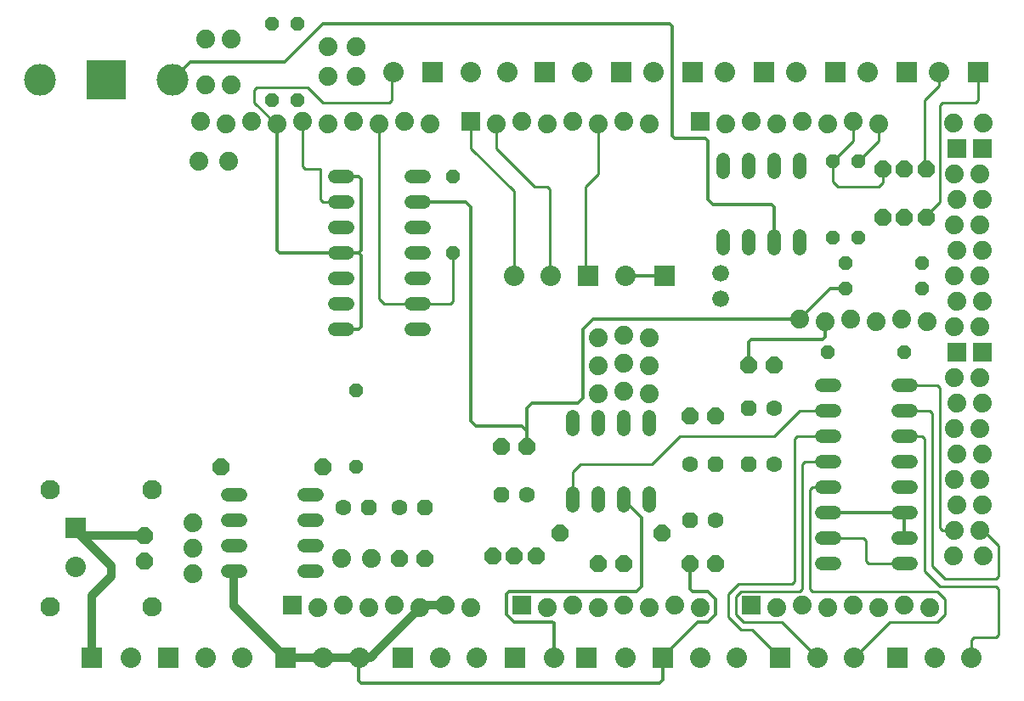
<source format=gbl>
G75*
G70*
%OFA0B0*%
%FSLAX24Y24*%
%IPPOS*%
%LPD*%
%AMOC8*
5,1,8,0,0,1.08239X$1,22.5*
%
%ADD10C,0.0740*%
%ADD11R,0.0740X0.0740*%
%ADD12C,0.0520*%
%ADD13OC8,0.0520*%
%ADD14C,0.0660*%
%ADD15R,0.1560X0.1560*%
%ADD16C,0.1250*%
%ADD17R,0.0800X0.0800*%
%ADD18C,0.0800*%
%ADD19OC8,0.0660*%
%ADD20OC8,0.0630*%
%ADD21C,0.0630*%
%ADD22C,0.0760*%
%ADD23C,0.0120*%
%ADD24C,0.0100*%
%ADD25C,0.0320*%
D10*
X007260Y005950D03*
X007260Y006950D03*
X007260Y007950D03*
X012160Y004600D03*
X013160Y004700D03*
X014160Y004600D03*
X015160Y004700D03*
X016160Y004600D03*
X017160Y004700D03*
X018160Y004600D03*
X021160Y004600D03*
X022160Y004700D03*
X023160Y004600D03*
X024160Y004700D03*
X025160Y004600D03*
X026160Y004700D03*
X027160Y004600D03*
X030160Y004600D03*
X031160Y004700D03*
X032160Y004600D03*
X033160Y004700D03*
X034160Y004600D03*
X035160Y004700D03*
X036160Y004600D03*
X037090Y006650D03*
X038230Y006650D03*
X038110Y007650D03*
X037110Y007650D03*
X037210Y008650D03*
X038210Y008650D03*
X038110Y009650D03*
X037110Y009650D03*
X037210Y010650D03*
X038210Y010650D03*
X038110Y011650D03*
X037110Y011650D03*
X037210Y012650D03*
X038210Y012650D03*
X038110Y013650D03*
X037110Y013650D03*
X037110Y015650D03*
X038110Y015650D03*
X038210Y016650D03*
X037210Y016650D03*
X036060Y015850D03*
X035060Y015950D03*
X034060Y015850D03*
X033060Y015950D03*
X032060Y015850D03*
X031060Y015950D03*
X025160Y015200D03*
X024160Y015300D03*
X023160Y015200D03*
X023160Y014100D03*
X024160Y014200D03*
X025160Y014100D03*
X024160Y013100D03*
X023160Y013000D03*
X025160Y013000D03*
X014230Y006550D03*
X013090Y006550D03*
X008630Y022150D03*
X007490Y022150D03*
X008560Y023600D03*
X007560Y023700D03*
X007760Y025150D03*
X008760Y025150D03*
X009560Y023700D03*
X010560Y023600D03*
X011560Y023700D03*
X012560Y023600D03*
X013560Y023700D03*
X014560Y023600D03*
X015560Y023700D03*
X016560Y023600D03*
X019160Y023600D03*
X020160Y023700D03*
X021160Y023600D03*
X022160Y023700D03*
X023160Y023600D03*
X024160Y023700D03*
X025160Y023600D03*
X028160Y023600D03*
X029160Y023700D03*
X030160Y023600D03*
X031160Y023700D03*
X032160Y023600D03*
X033160Y023700D03*
X034160Y023600D03*
X037090Y023650D03*
X038230Y023650D03*
X038110Y021650D03*
X037110Y021650D03*
X037210Y020650D03*
X038210Y020650D03*
X038110Y019650D03*
X037110Y019650D03*
X037210Y018650D03*
X038210Y018650D03*
X038110Y017650D03*
X037110Y017650D03*
X013660Y025480D03*
X012560Y025480D03*
X012560Y026620D03*
X013660Y026620D03*
X008760Y026950D03*
X007760Y026950D03*
D11*
X018160Y023700D03*
X027160Y023700D03*
X037210Y022650D03*
X038210Y022650D03*
X038210Y014650D03*
X037210Y014650D03*
X029160Y004700D03*
X020160Y004700D03*
X011160Y004700D03*
D12*
X011600Y006050D02*
X012120Y006050D01*
X012120Y007050D02*
X011600Y007050D01*
X011600Y008050D02*
X012120Y008050D01*
X012120Y009050D02*
X011600Y009050D01*
X009120Y009050D02*
X008600Y009050D01*
X008600Y008050D02*
X009120Y008050D01*
X009120Y007050D02*
X008600Y007050D01*
X008600Y006050D02*
X009120Y006050D01*
X012800Y015550D02*
X013320Y015550D01*
X013320Y016550D02*
X012800Y016550D01*
X012800Y017550D02*
X013320Y017550D01*
X013320Y018550D02*
X012800Y018550D01*
X012800Y019550D02*
X013320Y019550D01*
X013320Y020550D02*
X012800Y020550D01*
X012800Y021550D02*
X013320Y021550D01*
X015800Y021550D02*
X016320Y021550D01*
X016320Y020550D02*
X015800Y020550D01*
X015800Y019550D02*
X016320Y019550D01*
X016320Y018550D02*
X015800Y018550D01*
X015800Y017550D02*
X016320Y017550D01*
X016320Y016550D02*
X015800Y016550D01*
X015800Y015550D02*
X016320Y015550D01*
X022160Y012110D02*
X022160Y011590D01*
X023160Y011590D02*
X023160Y012110D01*
X024160Y012110D02*
X024160Y011590D01*
X025160Y011590D02*
X025160Y012110D01*
X025160Y009110D02*
X025160Y008590D01*
X024160Y008590D02*
X024160Y009110D01*
X023160Y009110D02*
X023160Y008590D01*
X022160Y008590D02*
X022160Y009110D01*
X031900Y009350D02*
X032420Y009350D01*
X032420Y008350D02*
X031900Y008350D01*
X031900Y007350D02*
X032420Y007350D01*
X032420Y006350D02*
X031900Y006350D01*
X034900Y006350D02*
X035420Y006350D01*
X035420Y007350D02*
X034900Y007350D01*
X034900Y008350D02*
X035420Y008350D01*
X035420Y009350D02*
X034900Y009350D01*
X034900Y010350D02*
X035420Y010350D01*
X035420Y011350D02*
X034900Y011350D01*
X034900Y012350D02*
X035420Y012350D01*
X035420Y013350D02*
X034900Y013350D01*
X032420Y013350D02*
X031900Y013350D01*
X031900Y012350D02*
X032420Y012350D01*
X032420Y011350D02*
X031900Y011350D01*
X031900Y010350D02*
X032420Y010350D01*
X031060Y018690D02*
X031060Y019210D01*
X030060Y019210D02*
X030060Y018690D01*
X029060Y018690D02*
X029060Y019210D01*
X028060Y019210D02*
X028060Y018690D01*
X028060Y021690D02*
X028060Y022210D01*
X029060Y022210D02*
X029060Y021690D01*
X030060Y021690D02*
X030060Y022210D01*
X031060Y022210D02*
X031060Y021690D01*
D13*
X032360Y022150D03*
X033360Y022150D03*
X033360Y019150D03*
X032360Y019150D03*
X032860Y018150D03*
X032860Y017150D03*
X032160Y014650D03*
X035160Y014650D03*
X035860Y017150D03*
X035860Y018150D03*
X017460Y018550D03*
X017460Y021550D03*
X011360Y024550D03*
X010360Y024550D03*
X010360Y027550D03*
X011360Y027550D03*
X013660Y013150D03*
X013660Y010150D03*
D14*
X027960Y016750D03*
X027960Y017750D03*
D15*
X003860Y025350D03*
D16*
X001260Y025350D03*
X006460Y025350D03*
D17*
X003290Y002650D03*
X006290Y002650D03*
X010890Y002650D03*
X015490Y002650D03*
X019890Y002650D03*
X022690Y002650D03*
X025690Y002650D03*
X030290Y002650D03*
X034890Y002650D03*
X025730Y017650D03*
X022730Y017650D03*
X024030Y025650D03*
X026830Y025650D03*
X029630Y025650D03*
X032430Y025650D03*
X035230Y025650D03*
X038030Y025650D03*
X021030Y025650D03*
X016630Y025650D03*
X002660Y007720D03*
D18*
X002660Y006202D03*
X004808Y002650D03*
X007738Y002650D03*
X009186Y002650D03*
X012338Y002650D03*
X013786Y002650D03*
X016938Y002650D03*
X018386Y002650D03*
X021408Y002650D03*
X024208Y002650D03*
X027138Y002650D03*
X028586Y002650D03*
X031738Y002650D03*
X033186Y002650D03*
X036338Y002650D03*
X037786Y002650D03*
X024212Y017650D03*
X021282Y017650D03*
X019834Y017650D03*
X019582Y025650D03*
X018134Y025650D03*
X015112Y025650D03*
X022512Y025650D03*
X025312Y025650D03*
X028112Y025650D03*
X030912Y025650D03*
X033712Y025650D03*
X036512Y025650D03*
D19*
X036010Y021850D03*
X035160Y021850D03*
X034310Y021850D03*
X034310Y019950D03*
X035160Y019950D03*
X036010Y019950D03*
X030060Y014150D03*
X029060Y014150D03*
X027760Y012150D03*
X026760Y012150D03*
X025660Y007550D03*
X026760Y006350D03*
X027760Y006350D03*
X024160Y006350D03*
X023160Y006350D03*
X021660Y007550D03*
X020710Y006650D03*
X019860Y006650D03*
X019010Y006650D03*
X016360Y006550D03*
X015360Y006550D03*
X012360Y010150D03*
X008360Y010150D03*
X005360Y007450D03*
X005360Y006450D03*
X019360Y010950D03*
X020360Y010950D03*
D20*
X019360Y009050D03*
X016360Y008550D03*
X014160Y008550D03*
X026760Y008050D03*
X027760Y010250D03*
X029060Y010250D03*
X029060Y012450D03*
D21*
X030060Y012450D03*
X030060Y010250D03*
X027760Y008050D03*
X026760Y010250D03*
X020360Y009050D03*
X015360Y008550D03*
X013160Y008550D03*
D22*
X005660Y009250D03*
X001660Y009250D03*
X001660Y004650D03*
X005660Y004650D03*
D23*
X013760Y002624D02*
X013760Y001750D01*
X013860Y001650D01*
X025560Y001650D01*
X025690Y001780D01*
X025690Y002650D01*
X025690Y002680D02*
X027060Y004050D01*
X027460Y004050D01*
X027760Y004350D01*
X027760Y004950D01*
X027460Y005250D01*
X026860Y005250D01*
X026760Y005350D01*
X026760Y006350D01*
X024860Y005450D02*
X024860Y008150D01*
X024160Y008850D01*
X020360Y010950D02*
X020360Y011550D01*
X020360Y012450D01*
X020560Y012650D01*
X022360Y012650D01*
X022560Y012850D01*
X022560Y015550D01*
X022960Y015950D01*
X031060Y015950D01*
X032260Y017150D01*
X032860Y017150D01*
X032060Y015850D02*
X032060Y015250D01*
X031960Y015150D01*
X029160Y015150D01*
X029060Y015050D01*
X029060Y014150D01*
X025730Y017650D02*
X024212Y017650D01*
X022730Y017650D02*
X022660Y017720D01*
X021282Y017650D02*
X021260Y017672D01*
X018160Y020350D02*
X017960Y020550D01*
X016060Y020550D01*
X018160Y020350D02*
X018160Y011950D01*
X018360Y011750D01*
X020160Y011750D01*
X020360Y011550D01*
X013860Y015650D02*
X013860Y018450D01*
X013760Y018550D01*
X013060Y018550D01*
X010660Y018550D01*
X010560Y018650D01*
X010560Y023600D01*
X013060Y021550D02*
X013760Y021550D01*
X013860Y021450D01*
X013860Y018650D01*
X013760Y018550D01*
X013860Y015650D02*
X013760Y015550D01*
X013060Y015550D01*
X006460Y025350D02*
X007160Y026050D01*
X010860Y026050D01*
X012360Y027550D01*
X025960Y027550D01*
X026060Y027450D01*
X026060Y023150D01*
X026160Y023050D01*
X027360Y023050D01*
X027460Y022950D01*
X027460Y020650D01*
X027660Y020450D01*
X029960Y020450D01*
X030060Y020350D01*
X030060Y018950D01*
X032160Y008350D02*
X035160Y008350D01*
X035160Y007350D01*
X024860Y005450D02*
X024660Y005250D01*
X019660Y005250D01*
X019560Y005150D01*
X019560Y004350D01*
X019860Y004050D01*
X021360Y004050D01*
X021408Y004002D02*
X021408Y002650D01*
X013786Y002650D02*
X013760Y002624D01*
D24*
X021360Y004050D02*
X021408Y004002D01*
X025690Y002680D02*
X025690Y002650D01*
X028260Y004250D02*
X028760Y003750D01*
X029190Y003750D01*
X030290Y002650D01*
X030338Y004050D02*
X031738Y002650D01*
X033186Y002650D02*
X034586Y004050D01*
X036460Y004050D01*
X036760Y004350D01*
X036760Y004950D01*
X036460Y005250D01*
X031560Y005250D01*
X031460Y005350D01*
X031460Y009250D01*
X031560Y009350D01*
X032160Y009350D01*
X031260Y010350D02*
X031160Y010250D01*
X031160Y005350D01*
X031060Y005250D01*
X028760Y005250D01*
X028560Y005050D01*
X028560Y004350D01*
X028860Y004050D01*
X030338Y004050D01*
X030760Y005550D02*
X028660Y005550D01*
X028260Y005150D01*
X028260Y004250D01*
X030760Y005550D02*
X030860Y005650D01*
X030860Y011250D01*
X030960Y011350D01*
X032160Y011350D01*
X032160Y010350D02*
X031260Y010350D01*
X030060Y011350D02*
X031060Y012350D01*
X032160Y012350D01*
X030060Y011350D02*
X026360Y011350D01*
X025260Y010250D01*
X022460Y010250D01*
X022160Y009950D01*
X022160Y008850D01*
X017360Y016550D02*
X016060Y016550D01*
X014760Y016550D01*
X014560Y016750D01*
X014560Y023600D01*
X014960Y024450D02*
X012360Y024450D01*
X011760Y025050D01*
X009760Y025050D01*
X009660Y024950D01*
X009660Y024450D01*
X010510Y023600D01*
X010560Y023600D01*
X011560Y023700D02*
X011560Y021950D01*
X011660Y021850D01*
X012260Y021850D01*
X012260Y020650D01*
X012360Y020550D01*
X013060Y020550D01*
X017460Y018550D02*
X017460Y016650D01*
X017360Y016550D01*
X019834Y017650D02*
X019834Y020976D01*
X018160Y022650D01*
X018160Y023700D01*
X019160Y023600D02*
X019160Y022650D01*
X020660Y021150D01*
X021160Y021150D01*
X021260Y021050D01*
X021260Y017672D01*
X022660Y017720D02*
X022660Y021150D01*
X023160Y021650D01*
X023160Y023600D01*
X015112Y025650D02*
X015060Y025598D01*
X015060Y024550D01*
X014960Y024450D01*
X032360Y022150D02*
X032360Y021350D01*
X032560Y021150D01*
X034160Y021150D01*
X034310Y021300D01*
X034310Y021850D01*
X033360Y022150D02*
X034160Y022950D01*
X034160Y023600D01*
X033160Y023700D02*
X033160Y022950D01*
X032360Y022150D01*
X035960Y021900D02*
X036010Y021850D01*
X035960Y021900D02*
X035960Y024550D01*
X036512Y025102D01*
X036512Y025650D01*
X038030Y025650D02*
X038060Y025620D01*
X038060Y024550D01*
X037960Y024450D01*
X036660Y024450D01*
X036560Y024350D01*
X036560Y020550D01*
X036010Y020000D01*
X036010Y019950D01*
X036460Y013350D02*
X035160Y013350D01*
X035160Y012350D02*
X036160Y012350D01*
X036260Y012250D01*
X036260Y006250D01*
X036760Y005750D01*
X038760Y005750D01*
X038860Y005850D01*
X038860Y007050D01*
X038260Y007650D01*
X038110Y007650D01*
X037110Y007650D02*
X036660Y007650D01*
X036560Y007750D01*
X036560Y013250D01*
X036460Y013350D01*
X035860Y011350D02*
X035160Y011350D01*
X035860Y011350D02*
X035960Y011250D01*
X035960Y006050D01*
X036560Y005450D01*
X038760Y005450D01*
X038860Y005350D01*
X038860Y003550D01*
X038760Y003450D01*
X037886Y003450D01*
X037786Y003350D01*
X037786Y002650D01*
X035160Y006350D02*
X033760Y006350D01*
X033660Y006450D01*
X033660Y007250D01*
X033560Y007350D01*
X032160Y007350D01*
D25*
X017160Y004700D02*
X016260Y004700D01*
X016160Y004600D01*
X014210Y002650D01*
X013786Y002650D01*
X013760Y002624D02*
X012364Y002624D01*
X012338Y002650D01*
X010890Y002650D01*
X008860Y004680D01*
X008860Y006050D01*
X005360Y007450D02*
X002930Y007450D01*
X002660Y007720D01*
X002660Y007650D01*
X004060Y006250D01*
X004060Y005850D01*
X003290Y005080D01*
X003290Y002650D01*
M02*

</source>
